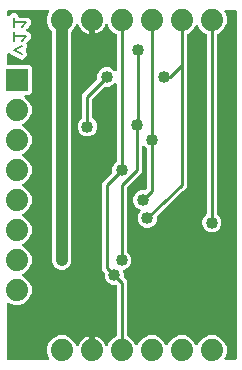
<source format=gbr>
G04 EAGLE Gerber RS-274X export*
G75*
%MOMM*%
%FSLAX34Y34*%
%LPD*%
%INBottom Copper*%
%IPPOS*%
%AMOC8*
5,1,8,0,0,1.08239X$1,22.5*%
G01*
%ADD10C,0.203200*%
%ADD11R,1.879600X1.879600*%
%ADD12C,1.879600*%
%ADD13C,1.016000*%
%ADD14C,1.016000*%
%ADD15C,0.254000*%

G36*
X38949Y4325D02*
X38949Y4325D01*
X38999Y4323D01*
X39106Y4345D01*
X39215Y4359D01*
X39261Y4377D01*
X39310Y4387D01*
X39409Y4435D01*
X39511Y4476D01*
X39551Y4505D01*
X39596Y4527D01*
X39680Y4598D01*
X39768Y4662D01*
X39800Y4701D01*
X39838Y4733D01*
X39901Y4823D01*
X39971Y4907D01*
X39992Y4952D01*
X40021Y4993D01*
X40060Y5096D01*
X40107Y5195D01*
X40116Y5244D01*
X40134Y5290D01*
X40146Y5400D01*
X40167Y5507D01*
X40163Y5557D01*
X40169Y5606D01*
X40154Y5715D01*
X40147Y5825D01*
X40131Y5872D01*
X40125Y5921D01*
X40072Y6074D01*
X38353Y10224D01*
X38353Y15176D01*
X40248Y19750D01*
X43750Y23252D01*
X48324Y25147D01*
X53276Y25147D01*
X57850Y23252D01*
X61352Y19750D01*
X62605Y16725D01*
X62620Y16699D01*
X62629Y16670D01*
X62698Y16561D01*
X62763Y16448D01*
X62784Y16427D01*
X62800Y16402D01*
X62894Y16313D01*
X62984Y16220D01*
X63010Y16204D01*
X63031Y16184D01*
X63145Y16121D01*
X63255Y16054D01*
X63284Y16045D01*
X63310Y16031D01*
X63436Y15998D01*
X63559Y15960D01*
X63589Y15959D01*
X63618Y15951D01*
X63748Y15951D01*
X63877Y15945D01*
X63906Y15951D01*
X63936Y15951D01*
X64062Y15983D01*
X64188Y16009D01*
X64215Y16022D01*
X64244Y16030D01*
X64358Y16092D01*
X64474Y16149D01*
X64497Y16168D01*
X64523Y16183D01*
X64618Y16271D01*
X64716Y16355D01*
X64733Y16380D01*
X64755Y16400D01*
X64824Y16509D01*
X64899Y16615D01*
X64910Y16643D01*
X64926Y16669D01*
X64985Y16818D01*
X65136Y17283D01*
X65989Y18957D01*
X67094Y20478D01*
X68422Y21806D01*
X69943Y22911D01*
X71617Y23764D01*
X73404Y24345D01*
X73661Y24385D01*
X73661Y13970D01*
X73676Y13852D01*
X73683Y13733D01*
X73696Y13695D01*
X73701Y13655D01*
X73744Y13544D01*
X73781Y13431D01*
X73803Y13397D01*
X73818Y13359D01*
X73888Y13263D01*
X73951Y13162D01*
X73981Y13134D01*
X74004Y13102D01*
X74096Y13026D01*
X74183Y12944D01*
X74218Y12925D01*
X74249Y12899D01*
X74357Y12848D01*
X74461Y12791D01*
X74501Y12780D01*
X74537Y12763D01*
X74654Y12741D01*
X74769Y12711D01*
X74830Y12707D01*
X74850Y12703D01*
X74870Y12705D01*
X74930Y12701D01*
X77470Y12701D01*
X77588Y12716D01*
X77707Y12723D01*
X77745Y12736D01*
X77785Y12741D01*
X77896Y12785D01*
X78009Y12821D01*
X78044Y12843D01*
X78081Y12858D01*
X78177Y12928D01*
X78278Y12991D01*
X78306Y13021D01*
X78339Y13045D01*
X78414Y13136D01*
X78496Y13223D01*
X78516Y13258D01*
X78541Y13290D01*
X78592Y13397D01*
X78650Y13502D01*
X78660Y13541D01*
X78677Y13577D01*
X78699Y13694D01*
X78729Y13809D01*
X78733Y13870D01*
X78737Y13890D01*
X78735Y13910D01*
X78739Y13970D01*
X78739Y24385D01*
X78996Y24345D01*
X80783Y23764D01*
X82457Y22911D01*
X83978Y21806D01*
X85306Y20478D01*
X86411Y18957D01*
X87264Y17283D01*
X87415Y16818D01*
X87428Y16791D01*
X87435Y16762D01*
X87495Y16647D01*
X87550Y16530D01*
X87569Y16507D01*
X87583Y16481D01*
X87671Y16385D01*
X87753Y16285D01*
X87777Y16268D01*
X87797Y16246D01*
X87906Y16174D01*
X88010Y16098D01*
X88038Y16087D01*
X88063Y16071D01*
X88186Y16029D01*
X88306Y15981D01*
X88336Y15977D01*
X88364Y15968D01*
X88493Y15957D01*
X88621Y15941D01*
X88651Y15945D01*
X88681Y15942D01*
X88809Y15965D01*
X88937Y15981D01*
X88965Y15992D01*
X88994Y15997D01*
X89112Y16050D01*
X89233Y16098D01*
X89257Y16115D01*
X89284Y16127D01*
X89385Y16208D01*
X89490Y16284D01*
X89509Y16307D01*
X89533Y16326D01*
X89610Y16429D01*
X89693Y16529D01*
X89706Y16556D01*
X89724Y16580D01*
X89795Y16725D01*
X91048Y19750D01*
X94550Y23252D01*
X96498Y24059D01*
X96523Y24073D01*
X96551Y24083D01*
X96661Y24152D01*
X96774Y24216D01*
X96795Y24237D01*
X96820Y24253D01*
X96909Y24347D01*
X97002Y24438D01*
X97018Y24463D01*
X97038Y24484D01*
X97101Y24598D01*
X97169Y24709D01*
X97177Y24737D01*
X97192Y24763D01*
X97224Y24889D01*
X97262Y25013D01*
X97264Y25042D01*
X97271Y25071D01*
X97281Y25231D01*
X97281Y66802D01*
X97266Y66920D01*
X97259Y67039D01*
X97246Y67077D01*
X97241Y67118D01*
X97198Y67228D01*
X97161Y67341D01*
X97139Y67376D01*
X97124Y67413D01*
X97055Y67509D01*
X96991Y67610D01*
X96961Y67638D01*
X96938Y67671D01*
X96846Y67747D01*
X96759Y67828D01*
X96724Y67848D01*
X96693Y67873D01*
X96585Y67924D01*
X96481Y67982D01*
X96441Y67992D01*
X96405Y68009D01*
X96288Y68031D01*
X96173Y68061D01*
X96113Y68065D01*
X96093Y68069D01*
X96072Y68067D01*
X96012Y68071D01*
X93633Y68071D01*
X90645Y69309D01*
X88359Y71595D01*
X87121Y74583D01*
X87121Y77695D01*
X87109Y77794D01*
X87106Y77893D01*
X87089Y77951D01*
X87081Y78011D01*
X87045Y78103D01*
X87017Y78198D01*
X86987Y78250D01*
X86964Y78307D01*
X86906Y78387D01*
X86856Y78472D01*
X86790Y78547D01*
X86778Y78564D01*
X86768Y78572D01*
X86750Y78593D01*
X84581Y80761D01*
X84581Y154189D01*
X93100Y162707D01*
X93160Y162785D01*
X93228Y162858D01*
X93257Y162911D01*
X93294Y162958D01*
X93334Y163049D01*
X93382Y163136D01*
X93397Y163195D01*
X93421Y163250D01*
X93436Y163348D01*
X93461Y163444D01*
X93467Y163544D01*
X93471Y163564D01*
X93469Y163577D01*
X93471Y163605D01*
X93471Y166717D01*
X94709Y169705D01*
X96910Y171905D01*
X96970Y171984D01*
X97038Y172056D01*
X97067Y172109D01*
X97104Y172157D01*
X97144Y172248D01*
X97192Y172334D01*
X97207Y172393D01*
X97231Y172448D01*
X97246Y172546D01*
X97271Y172642D01*
X97277Y172742D01*
X97281Y172763D01*
X97279Y172775D01*
X97281Y172803D01*
X97281Y237661D01*
X97264Y237799D01*
X97251Y237938D01*
X97244Y237957D01*
X97241Y237977D01*
X97190Y238106D01*
X97143Y238237D01*
X97132Y238254D01*
X97124Y238272D01*
X97043Y238385D01*
X96965Y238500D01*
X96949Y238513D01*
X96938Y238530D01*
X96830Y238619D01*
X96726Y238711D01*
X96708Y238720D01*
X96693Y238733D01*
X96567Y238792D01*
X96443Y238855D01*
X96423Y238860D01*
X96405Y238868D01*
X96268Y238894D01*
X96133Y238925D01*
X96112Y238924D01*
X96093Y238928D01*
X95954Y238919D01*
X95815Y238915D01*
X95795Y238909D01*
X95775Y238908D01*
X95643Y238865D01*
X95509Y238827D01*
X95492Y238816D01*
X95473Y238810D01*
X95355Y238736D01*
X95235Y238665D01*
X95214Y238647D01*
X95204Y238640D01*
X95190Y238625D01*
X95115Y238559D01*
X93505Y236949D01*
X90517Y235711D01*
X87405Y235711D01*
X87306Y235699D01*
X87207Y235696D01*
X87149Y235679D01*
X87089Y235671D01*
X86997Y235635D01*
X86902Y235607D01*
X86850Y235577D01*
X86793Y235554D01*
X86713Y235496D01*
X86628Y235446D01*
X86553Y235380D01*
X86536Y235368D01*
X86528Y235358D01*
X86507Y235340D01*
X77080Y225913D01*
X77020Y225835D01*
X76952Y225762D01*
X76923Y225709D01*
X76886Y225662D01*
X76846Y225571D01*
X76798Y225484D01*
X76783Y225425D01*
X76759Y225370D01*
X76744Y225272D01*
X76719Y225176D01*
X76713Y225076D01*
X76709Y225056D01*
X76711Y225043D01*
X76709Y225015D01*
X76709Y209633D01*
X76721Y209535D01*
X76724Y209436D01*
X76741Y209377D01*
X76749Y209317D01*
X76785Y209225D01*
X76813Y209130D01*
X76843Y209078D01*
X76866Y209022D01*
X76924Y208942D01*
X76974Y208856D01*
X77040Y208781D01*
X77052Y208764D01*
X77062Y208756D01*
X77080Y208735D01*
X79281Y206535D01*
X80519Y203547D01*
X80519Y200313D01*
X79281Y197325D01*
X76995Y195039D01*
X74007Y193801D01*
X70773Y193801D01*
X67785Y195039D01*
X65499Y197325D01*
X64261Y200313D01*
X64261Y203547D01*
X65499Y206535D01*
X67700Y208735D01*
X67760Y208814D01*
X67828Y208886D01*
X67857Y208939D01*
X67894Y208987D01*
X67934Y209078D01*
X67982Y209164D01*
X67997Y209223D01*
X68021Y209278D01*
X68036Y209376D01*
X68061Y209472D01*
X68067Y209572D01*
X68071Y209593D01*
X68069Y209605D01*
X68071Y209633D01*
X68071Y229119D01*
X80400Y241447D01*
X80460Y241525D01*
X80528Y241598D01*
X80557Y241651D01*
X80594Y241698D01*
X80634Y241789D01*
X80682Y241876D01*
X80697Y241935D01*
X80721Y241990D01*
X80736Y242088D01*
X80761Y242184D01*
X80767Y242284D01*
X80771Y242304D01*
X80769Y242317D01*
X80771Y242345D01*
X80771Y245457D01*
X82009Y248445D01*
X84295Y250731D01*
X87283Y251969D01*
X90517Y251969D01*
X93505Y250731D01*
X95115Y249121D01*
X95224Y249036D01*
X95331Y248947D01*
X95350Y248939D01*
X95366Y248926D01*
X95494Y248871D01*
X95619Y248812D01*
X95639Y248808D01*
X95658Y248800D01*
X95796Y248778D01*
X95932Y248752D01*
X95952Y248753D01*
X95972Y248750D01*
X96111Y248763D01*
X96249Y248772D01*
X96268Y248778D01*
X96288Y248780D01*
X96420Y248827D01*
X96551Y248870D01*
X96569Y248881D01*
X96588Y248888D01*
X96703Y248966D01*
X96820Y249040D01*
X96834Y249055D01*
X96851Y249066D01*
X96943Y249170D01*
X97038Y249272D01*
X97048Y249289D01*
X97061Y249305D01*
X97125Y249429D01*
X97192Y249550D01*
X97197Y249570D01*
X97206Y249588D01*
X97236Y249724D01*
X97271Y249858D01*
X97273Y249886D01*
X97276Y249898D01*
X97275Y249919D01*
X97281Y250019D01*
X97281Y279569D01*
X97278Y279598D01*
X97280Y279627D01*
X97258Y279755D01*
X97241Y279884D01*
X97231Y279911D01*
X97226Y279941D01*
X97172Y280059D01*
X97124Y280180D01*
X97107Y280204D01*
X97095Y280231D01*
X97014Y280332D01*
X96938Y280437D01*
X96915Y280456D01*
X96896Y280479D01*
X96793Y280557D01*
X96693Y280640D01*
X96666Y280653D01*
X96642Y280670D01*
X96498Y280741D01*
X94550Y281548D01*
X91048Y285050D01*
X89795Y288075D01*
X89780Y288101D01*
X89771Y288130D01*
X89701Y288239D01*
X89637Y288352D01*
X89616Y288373D01*
X89600Y288398D01*
X89506Y288487D01*
X89416Y288580D01*
X89390Y288596D01*
X89369Y288616D01*
X89255Y288679D01*
X89145Y288746D01*
X89116Y288755D01*
X89090Y288769D01*
X88965Y288802D01*
X88841Y288840D01*
X88811Y288841D01*
X88782Y288849D01*
X88652Y288849D01*
X88523Y288855D01*
X88494Y288849D01*
X88464Y288849D01*
X88339Y288817D01*
X88212Y288791D01*
X88185Y288778D01*
X88156Y288770D01*
X88043Y288708D01*
X87926Y288651D01*
X87903Y288632D01*
X87877Y288617D01*
X87783Y288529D01*
X87684Y288445D01*
X87667Y288420D01*
X87645Y288400D01*
X87576Y288291D01*
X87501Y288185D01*
X87490Y288157D01*
X87474Y288131D01*
X87415Y287982D01*
X87264Y287517D01*
X86411Y285843D01*
X85306Y284322D01*
X83978Y282994D01*
X82457Y281889D01*
X80783Y281036D01*
X78996Y280455D01*
X78739Y280415D01*
X78739Y290830D01*
X78724Y290948D01*
X78717Y291067D01*
X78704Y291105D01*
X78699Y291145D01*
X78656Y291256D01*
X78619Y291369D01*
X78597Y291403D01*
X78582Y291441D01*
X78512Y291537D01*
X78449Y291638D01*
X78419Y291666D01*
X78395Y291698D01*
X78304Y291774D01*
X78217Y291856D01*
X78182Y291875D01*
X78151Y291901D01*
X78043Y291952D01*
X77939Y292009D01*
X77899Y292020D01*
X77863Y292037D01*
X77746Y292059D01*
X77631Y292089D01*
X77570Y292093D01*
X77550Y292097D01*
X77530Y292095D01*
X77470Y292099D01*
X74930Y292099D01*
X74812Y292084D01*
X74693Y292077D01*
X74655Y292064D01*
X74614Y292059D01*
X74504Y292015D01*
X74391Y291979D01*
X74356Y291957D01*
X74319Y291942D01*
X74223Y291872D01*
X74122Y291809D01*
X74094Y291779D01*
X74061Y291755D01*
X73986Y291664D01*
X73904Y291577D01*
X73884Y291542D01*
X73859Y291510D01*
X73808Y291403D01*
X73750Y291298D01*
X73740Y291259D01*
X73723Y291223D01*
X73701Y291106D01*
X73671Y290991D01*
X73667Y290930D01*
X73663Y290910D01*
X73665Y290890D01*
X73661Y290830D01*
X73661Y280415D01*
X73404Y280455D01*
X71617Y281036D01*
X69943Y281889D01*
X68422Y282994D01*
X67094Y284322D01*
X65989Y285843D01*
X65136Y287517D01*
X64985Y287982D01*
X64972Y288009D01*
X64965Y288038D01*
X64905Y288152D01*
X64850Y288270D01*
X64831Y288293D01*
X64817Y288319D01*
X64730Y288415D01*
X64647Y288515D01*
X64623Y288532D01*
X64603Y288554D01*
X64494Y288626D01*
X64390Y288702D01*
X64362Y288713D01*
X64337Y288729D01*
X64214Y288771D01*
X64094Y288819D01*
X64064Y288823D01*
X64036Y288832D01*
X63907Y288843D01*
X63779Y288859D01*
X63749Y288855D01*
X63719Y288858D01*
X63591Y288835D01*
X63463Y288819D01*
X63435Y288808D01*
X63406Y288803D01*
X63288Y288750D01*
X63167Y288702D01*
X63143Y288685D01*
X63116Y288673D01*
X63015Y288592D01*
X62910Y288516D01*
X62891Y288493D01*
X62867Y288474D01*
X62789Y288370D01*
X62707Y288271D01*
X62694Y288244D01*
X62676Y288220D01*
X62605Y288075D01*
X61352Y285050D01*
X59300Y282998D01*
X59240Y282920D01*
X59172Y282848D01*
X59143Y282795D01*
X59106Y282747D01*
X59066Y282656D01*
X59018Y282569D01*
X59003Y282511D01*
X58979Y282455D01*
X58964Y282357D01*
X58939Y282261D01*
X58933Y282161D01*
X58929Y282141D01*
X58931Y282129D01*
X58929Y282101D01*
X58929Y87283D01*
X57691Y84295D01*
X55405Y82009D01*
X52417Y80771D01*
X49183Y80771D01*
X46195Y82009D01*
X43909Y84295D01*
X42671Y87283D01*
X42671Y282101D01*
X42659Y282199D01*
X42656Y282298D01*
X42639Y282356D01*
X42631Y282416D01*
X42595Y282508D01*
X42567Y282603D01*
X42537Y282656D01*
X42514Y282712D01*
X42456Y282792D01*
X42406Y282877D01*
X42340Y282953D01*
X42328Y282969D01*
X42318Y282977D01*
X42300Y282998D01*
X40248Y285050D01*
X38353Y289624D01*
X38353Y294576D01*
X40072Y298726D01*
X40086Y298774D01*
X40107Y298819D01*
X40127Y298927D01*
X40156Y299033D01*
X40157Y299083D01*
X40167Y299132D01*
X40160Y299241D01*
X40161Y299351D01*
X40150Y299399D01*
X40147Y299449D01*
X40113Y299553D01*
X40087Y299660D01*
X40064Y299704D01*
X40049Y299751D01*
X39990Y299844D01*
X39939Y299941D01*
X39905Y299978D01*
X39879Y300020D01*
X39798Y300095D01*
X39725Y300177D01*
X39683Y300204D01*
X39647Y300238D01*
X39551Y300291D01*
X39459Y300351D01*
X39412Y300368D01*
X39368Y300392D01*
X39262Y300419D01*
X39158Y300455D01*
X39109Y300459D01*
X39061Y300471D01*
X38900Y300481D01*
X5588Y300481D01*
X5470Y300466D01*
X5351Y300459D01*
X5313Y300446D01*
X5272Y300441D01*
X5162Y300398D01*
X5049Y300361D01*
X5014Y300339D01*
X4977Y300324D01*
X4881Y300255D01*
X4780Y300191D01*
X4752Y300161D01*
X4719Y300138D01*
X4643Y300046D01*
X4562Y299959D01*
X4542Y299924D01*
X4517Y299893D01*
X4466Y299785D01*
X4408Y299681D01*
X4398Y299641D01*
X4381Y299605D01*
X4359Y299488D01*
X4329Y299373D01*
X4325Y299313D01*
X4321Y299293D01*
X4323Y299272D01*
X4319Y299212D01*
X4319Y296845D01*
X4336Y296708D01*
X4349Y296569D01*
X4356Y296550D01*
X4359Y296530D01*
X4410Y296401D01*
X4457Y296270D01*
X4468Y296253D01*
X4476Y296234D01*
X4557Y296122D01*
X4635Y296007D01*
X4651Y295993D01*
X4662Y295977D01*
X4770Y295888D01*
X4874Y295796D01*
X4892Y295787D01*
X4907Y295774D01*
X5033Y295715D01*
X5157Y295652D01*
X5177Y295647D01*
X5195Y295638D01*
X5331Y295612D01*
X5467Y295582D01*
X5488Y295583D01*
X5507Y295579D01*
X5646Y295587D01*
X5785Y295592D01*
X5805Y295597D01*
X5825Y295598D01*
X5957Y295641D01*
X6091Y295680D01*
X6108Y295690D01*
X6127Y295696D01*
X6245Y295771D01*
X6365Y295842D01*
X6386Y295860D01*
X6396Y295867D01*
X6410Y295882D01*
X6485Y295948D01*
X8222Y297685D01*
X11590Y297685D01*
X13984Y295291D01*
X13986Y295277D01*
X13993Y295158D01*
X14006Y295120D01*
X14011Y295079D01*
X14054Y294969D01*
X14091Y294856D01*
X14113Y294821D01*
X14128Y294784D01*
X14197Y294688D01*
X14261Y294587D01*
X14291Y294559D01*
X14314Y294526D01*
X14406Y294450D01*
X14493Y294369D01*
X14528Y294349D01*
X14559Y294324D01*
X14667Y294273D01*
X14771Y294215D01*
X14811Y294205D01*
X14847Y294188D01*
X14964Y294166D01*
X15079Y294136D01*
X15139Y294132D01*
X15159Y294128D01*
X15180Y294130D01*
X15240Y294126D01*
X22267Y294126D01*
X23434Y292958D01*
X23435Y292958D01*
X24648Y291745D01*
X24648Y288377D01*
X22824Y286554D01*
X21895Y285625D01*
X20869Y284599D01*
X20784Y284489D01*
X20695Y284382D01*
X20686Y284363D01*
X20674Y284347D01*
X20619Y284220D01*
X20560Y284094D01*
X20556Y284074D01*
X20548Y284055D01*
X20526Y283917D01*
X20500Y283782D01*
X20501Y283761D01*
X20498Y283741D01*
X20511Y283602D01*
X20520Y283464D01*
X20526Y283445D01*
X20528Y283425D01*
X20575Y283293D01*
X20618Y283162D01*
X20628Y283144D01*
X20635Y283125D01*
X20713Y283010D01*
X20788Y282893D01*
X20803Y282879D01*
X20814Y282862D01*
X20918Y282770D01*
X21019Y282675D01*
X21037Y282665D01*
X21052Y282652D01*
X21176Y282589D01*
X21298Y282521D01*
X21317Y282516D01*
X21336Y282507D01*
X21471Y282477D01*
X21606Y282442D01*
X21634Y282440D01*
X21646Y282438D01*
X21666Y282438D01*
X21766Y282432D01*
X22267Y282432D01*
X23434Y281264D01*
X23435Y281264D01*
X24648Y280051D01*
X24648Y276683D01*
X22824Y274860D01*
X21895Y273931D01*
X21091Y273127D01*
X21046Y273068D01*
X20993Y273016D01*
X20949Y272943D01*
X20897Y272876D01*
X20867Y272807D01*
X20828Y272743D01*
X20804Y272662D01*
X20770Y272584D01*
X20758Y272510D01*
X20737Y272439D01*
X20734Y272354D01*
X20720Y272270D01*
X20727Y272196D01*
X20724Y272121D01*
X20742Y272038D01*
X20750Y271953D01*
X20775Y271883D01*
X20791Y271810D01*
X20854Y271662D01*
X21413Y270544D01*
X20256Y267074D01*
X20254Y267065D01*
X20251Y267057D01*
X20224Y266911D01*
X20194Y266762D01*
X20195Y266753D01*
X20193Y266745D01*
X20203Y266595D01*
X20212Y266445D01*
X20214Y266436D01*
X20215Y266427D01*
X20256Y266272D01*
X21413Y262802D01*
X19907Y259790D01*
X16712Y258725D01*
X8427Y262868D01*
X8418Y262871D01*
X8410Y262876D01*
X8261Y262937D01*
X7006Y263355D01*
X6973Y263404D01*
X6889Y263529D01*
X6882Y263535D01*
X6877Y263543D01*
X6764Y263641D01*
X6652Y263741D01*
X6644Y263746D01*
X6637Y263752D01*
X6498Y263833D01*
X6156Y264004D01*
X6066Y264035D01*
X5981Y264075D01*
X5917Y264088D01*
X5856Y264109D01*
X5761Y264117D01*
X5668Y264135D01*
X5604Y264131D01*
X5539Y264137D01*
X5445Y264121D01*
X5351Y264115D01*
X5289Y264095D01*
X5225Y264085D01*
X5138Y264047D01*
X5049Y264017D01*
X4994Y263983D01*
X4934Y263956D01*
X4860Y263898D01*
X4780Y263847D01*
X4735Y263800D01*
X4684Y263760D01*
X4627Y263685D01*
X4562Y263616D01*
X4531Y263559D01*
X4491Y263507D01*
X4454Y263420D01*
X4408Y263337D01*
X4392Y263274D01*
X4367Y263214D01*
X4353Y263121D01*
X4329Y263029D01*
X4322Y262918D01*
X4319Y262900D01*
X4320Y262890D01*
X4319Y262869D01*
X4319Y255016D01*
X4334Y254898D01*
X4341Y254779D01*
X4354Y254741D01*
X4359Y254700D01*
X4402Y254590D01*
X4439Y254477D01*
X4461Y254442D01*
X4476Y254405D01*
X4545Y254309D01*
X4609Y254208D01*
X4639Y254180D01*
X4662Y254147D01*
X4754Y254071D01*
X4841Y253990D01*
X4876Y253970D01*
X4907Y253945D01*
X5015Y253894D01*
X5119Y253836D01*
X5159Y253826D01*
X5195Y253809D01*
X5312Y253787D01*
X5427Y253757D01*
X5487Y253753D01*
X5507Y253749D01*
X5528Y253751D01*
X5588Y253747D01*
X23361Y253747D01*
X25147Y251961D01*
X25147Y230639D01*
X23361Y228853D01*
X20334Y228853D01*
X20264Y228845D01*
X20195Y228846D01*
X20107Y228825D01*
X20018Y228813D01*
X19953Y228788D01*
X19885Y228771D01*
X19806Y228729D01*
X19723Y228696D01*
X19666Y228655D01*
X19604Y228623D01*
X19538Y228562D01*
X19465Y228510D01*
X19421Y228456D01*
X19369Y228409D01*
X19320Y228334D01*
X19262Y228265D01*
X19233Y228201D01*
X19194Y228143D01*
X19165Y228058D01*
X19127Y227977D01*
X19114Y227908D01*
X19091Y227842D01*
X19084Y227753D01*
X19067Y227665D01*
X19071Y227595D01*
X19066Y227525D01*
X19081Y227437D01*
X19087Y227347D01*
X19108Y227281D01*
X19120Y227212D01*
X19157Y227130D01*
X19185Y227045D01*
X19222Y226986D01*
X19251Y226922D01*
X19307Y226852D01*
X19355Y226776D01*
X19406Y226728D01*
X19450Y226673D01*
X19521Y226619D01*
X19587Y226558D01*
X19648Y226524D01*
X19704Y226482D01*
X19736Y226466D01*
X23252Y222950D01*
X25147Y218376D01*
X25147Y213424D01*
X23252Y208850D01*
X19750Y205348D01*
X17395Y204373D01*
X17275Y204304D01*
X17152Y204239D01*
X17137Y204225D01*
X17119Y204215D01*
X17019Y204118D01*
X16916Y204025D01*
X16905Y204008D01*
X16891Y203994D01*
X16818Y203876D01*
X16742Y203759D01*
X16735Y203740D01*
X16724Y203723D01*
X16684Y203590D01*
X16638Y203458D01*
X16637Y203438D01*
X16631Y203419D01*
X16624Y203280D01*
X16613Y203141D01*
X16617Y203121D01*
X16616Y203101D01*
X16644Y202965D01*
X16668Y202828D01*
X16676Y202809D01*
X16680Y202790D01*
X16741Y202665D01*
X16798Y202538D01*
X16811Y202522D01*
X16820Y202504D01*
X16910Y202398D01*
X16997Y202290D01*
X17013Y202277D01*
X17026Y202262D01*
X17140Y202182D01*
X17251Y202098D01*
X17276Y202086D01*
X17286Y202079D01*
X17305Y202072D01*
X17395Y202027D01*
X19750Y201052D01*
X23252Y197550D01*
X25147Y192976D01*
X25147Y188024D01*
X23252Y183450D01*
X19750Y179948D01*
X17395Y178973D01*
X17275Y178904D01*
X17152Y178839D01*
X17137Y178825D01*
X17119Y178815D01*
X17019Y178718D01*
X16916Y178625D01*
X16905Y178608D01*
X16891Y178594D01*
X16818Y178476D01*
X16742Y178359D01*
X16735Y178340D01*
X16724Y178323D01*
X16684Y178190D01*
X16638Y178058D01*
X16637Y178038D01*
X16631Y178019D01*
X16624Y177880D01*
X16613Y177741D01*
X16617Y177721D01*
X16616Y177701D01*
X16644Y177565D01*
X16668Y177428D01*
X16676Y177409D01*
X16680Y177390D01*
X16741Y177265D01*
X16798Y177138D01*
X16811Y177122D01*
X16820Y177104D01*
X16910Y176998D01*
X16997Y176890D01*
X17013Y176877D01*
X17026Y176862D01*
X17140Y176782D01*
X17251Y176698D01*
X17276Y176686D01*
X17286Y176679D01*
X17305Y176672D01*
X17395Y176627D01*
X19750Y175652D01*
X23252Y172150D01*
X25147Y167576D01*
X25147Y162624D01*
X23252Y158050D01*
X19750Y154548D01*
X17395Y153573D01*
X17275Y153504D01*
X17152Y153439D01*
X17137Y153425D01*
X17119Y153415D01*
X17019Y153318D01*
X16916Y153225D01*
X16905Y153208D01*
X16891Y153194D01*
X16818Y153076D01*
X16742Y152959D01*
X16735Y152940D01*
X16724Y152923D01*
X16684Y152790D01*
X16638Y152658D01*
X16637Y152638D01*
X16631Y152619D01*
X16624Y152480D01*
X16613Y152341D01*
X16617Y152321D01*
X16616Y152301D01*
X16644Y152165D01*
X16668Y152028D01*
X16676Y152009D01*
X16680Y151990D01*
X16741Y151865D01*
X16798Y151738D01*
X16811Y151722D01*
X16820Y151704D01*
X16910Y151598D01*
X16997Y151490D01*
X17013Y151477D01*
X17026Y151462D01*
X17140Y151382D01*
X17251Y151298D01*
X17276Y151286D01*
X17286Y151279D01*
X17305Y151272D01*
X17395Y151227D01*
X19750Y150252D01*
X23252Y146750D01*
X25147Y142176D01*
X25147Y137224D01*
X23252Y132650D01*
X19750Y129148D01*
X17395Y128173D01*
X17275Y128104D01*
X17152Y128039D01*
X17137Y128025D01*
X17119Y128015D01*
X17019Y127918D01*
X16916Y127825D01*
X16905Y127808D01*
X16891Y127794D01*
X16818Y127676D01*
X16742Y127559D01*
X16735Y127540D01*
X16724Y127523D01*
X16684Y127390D01*
X16638Y127258D01*
X16637Y127238D01*
X16631Y127219D01*
X16624Y127080D01*
X16613Y126941D01*
X16617Y126921D01*
X16616Y126901D01*
X16644Y126765D01*
X16668Y126628D01*
X16676Y126609D01*
X16680Y126590D01*
X16741Y126465D01*
X16798Y126338D01*
X16811Y126322D01*
X16820Y126304D01*
X16910Y126198D01*
X16997Y126090D01*
X17013Y126077D01*
X17026Y126062D01*
X17140Y125982D01*
X17251Y125898D01*
X17276Y125886D01*
X17286Y125879D01*
X17305Y125872D01*
X17395Y125827D01*
X19750Y124852D01*
X23252Y121350D01*
X25147Y116776D01*
X25147Y111824D01*
X23252Y107250D01*
X19750Y103748D01*
X17395Y102773D01*
X17275Y102704D01*
X17152Y102639D01*
X17137Y102625D01*
X17119Y102615D01*
X17019Y102518D01*
X16916Y102425D01*
X16905Y102408D01*
X16891Y102394D01*
X16818Y102276D01*
X16742Y102159D01*
X16735Y102140D01*
X16724Y102123D01*
X16684Y101990D01*
X16638Y101858D01*
X16637Y101838D01*
X16631Y101819D01*
X16624Y101680D01*
X16613Y101541D01*
X16617Y101521D01*
X16616Y101501D01*
X16644Y101365D01*
X16668Y101228D01*
X16676Y101209D01*
X16680Y101190D01*
X16741Y101065D01*
X16798Y100938D01*
X16811Y100922D01*
X16820Y100904D01*
X16910Y100798D01*
X16997Y100690D01*
X17013Y100677D01*
X17026Y100662D01*
X17140Y100582D01*
X17251Y100498D01*
X17276Y100486D01*
X17286Y100479D01*
X17305Y100472D01*
X17395Y100427D01*
X19750Y99452D01*
X23252Y95950D01*
X25147Y91376D01*
X25147Y86424D01*
X23252Y81850D01*
X19750Y78348D01*
X17395Y77373D01*
X17275Y77304D01*
X17152Y77239D01*
X17137Y77225D01*
X17119Y77215D01*
X17019Y77118D01*
X16916Y77025D01*
X16905Y77008D01*
X16891Y76994D01*
X16818Y76876D01*
X16742Y76759D01*
X16735Y76740D01*
X16724Y76723D01*
X16684Y76590D01*
X16638Y76458D01*
X16637Y76438D01*
X16631Y76419D01*
X16624Y76280D01*
X16613Y76141D01*
X16617Y76121D01*
X16616Y76101D01*
X16644Y75965D01*
X16668Y75828D01*
X16676Y75809D01*
X16680Y75790D01*
X16741Y75665D01*
X16798Y75538D01*
X16811Y75522D01*
X16820Y75504D01*
X16910Y75398D01*
X16997Y75290D01*
X17013Y75277D01*
X17026Y75262D01*
X17140Y75182D01*
X17251Y75098D01*
X17276Y75086D01*
X17286Y75079D01*
X17305Y75072D01*
X17395Y75027D01*
X19750Y74052D01*
X23252Y70550D01*
X25147Y65976D01*
X25147Y61024D01*
X23252Y56450D01*
X19750Y52948D01*
X15176Y51053D01*
X10224Y51053D01*
X6074Y52772D01*
X6026Y52786D01*
X5981Y52807D01*
X5873Y52827D01*
X5767Y52856D01*
X5717Y52857D01*
X5668Y52867D01*
X5559Y52860D01*
X5449Y52861D01*
X5401Y52850D01*
X5351Y52847D01*
X5247Y52813D01*
X5140Y52787D01*
X5096Y52764D01*
X5049Y52749D01*
X4956Y52690D01*
X4859Y52639D01*
X4822Y52605D01*
X4780Y52579D01*
X4705Y52498D01*
X4623Y52425D01*
X4596Y52383D01*
X4562Y52347D01*
X4509Y52251D01*
X4449Y52159D01*
X4432Y52112D01*
X4408Y52068D01*
X4381Y51962D01*
X4345Y51858D01*
X4341Y51809D01*
X4329Y51761D01*
X4319Y51600D01*
X4319Y5588D01*
X4334Y5470D01*
X4341Y5351D01*
X4354Y5313D01*
X4359Y5272D01*
X4402Y5162D01*
X4439Y5049D01*
X4461Y5014D01*
X4476Y4977D01*
X4545Y4881D01*
X4609Y4780D01*
X4639Y4752D01*
X4662Y4719D01*
X4754Y4643D01*
X4841Y4562D01*
X4876Y4542D01*
X4907Y4517D01*
X5015Y4466D01*
X5119Y4408D01*
X5159Y4398D01*
X5195Y4381D01*
X5312Y4359D01*
X5427Y4329D01*
X5487Y4325D01*
X5507Y4321D01*
X5528Y4323D01*
X5588Y4319D01*
X38900Y4319D01*
X38949Y4325D01*
G37*
G36*
X197730Y4334D02*
X197730Y4334D01*
X197849Y4341D01*
X197887Y4354D01*
X197928Y4359D01*
X198038Y4402D01*
X198151Y4439D01*
X198186Y4461D01*
X198223Y4476D01*
X198319Y4545D01*
X198420Y4609D01*
X198448Y4639D01*
X198481Y4662D01*
X198557Y4754D01*
X198638Y4841D01*
X198658Y4876D01*
X198683Y4907D01*
X198734Y5015D01*
X198792Y5119D01*
X198802Y5159D01*
X198819Y5195D01*
X198841Y5312D01*
X198871Y5427D01*
X198875Y5487D01*
X198879Y5507D01*
X198877Y5528D01*
X198881Y5588D01*
X198881Y299212D01*
X198866Y299330D01*
X198859Y299449D01*
X198846Y299487D01*
X198841Y299528D01*
X198798Y299638D01*
X198761Y299751D01*
X198739Y299786D01*
X198724Y299823D01*
X198655Y299919D01*
X198591Y300020D01*
X198561Y300048D01*
X198538Y300081D01*
X198446Y300157D01*
X198359Y300238D01*
X198324Y300258D01*
X198293Y300283D01*
X198185Y300334D01*
X198081Y300392D01*
X198041Y300402D01*
X198005Y300419D01*
X197888Y300441D01*
X197773Y300471D01*
X197713Y300475D01*
X197693Y300479D01*
X197672Y300477D01*
X197612Y300481D01*
X189700Y300481D01*
X189651Y300475D01*
X189601Y300477D01*
X189494Y300455D01*
X189385Y300441D01*
X189339Y300423D01*
X189290Y300413D01*
X189191Y300365D01*
X189089Y300324D01*
X189049Y300295D01*
X189004Y300273D01*
X188920Y300202D01*
X188832Y300138D01*
X188800Y300099D01*
X188762Y300067D01*
X188699Y299977D01*
X188629Y299893D01*
X188608Y299848D01*
X188579Y299807D01*
X188540Y299704D01*
X188493Y299605D01*
X188484Y299556D01*
X188466Y299510D01*
X188454Y299400D01*
X188433Y299293D01*
X188437Y299243D01*
X188431Y299194D01*
X188446Y299085D01*
X188453Y298975D01*
X188469Y298928D01*
X188475Y298879D01*
X188528Y298726D01*
X190247Y294576D01*
X190247Y289624D01*
X188352Y285050D01*
X184850Y281548D01*
X182902Y280741D01*
X182877Y280727D01*
X182849Y280717D01*
X182739Y280648D01*
X182626Y280584D01*
X182605Y280563D01*
X182580Y280547D01*
X182491Y280453D01*
X182398Y280362D01*
X182382Y280337D01*
X182362Y280316D01*
X182299Y280202D01*
X182231Y280091D01*
X182223Y280063D01*
X182208Y280037D01*
X182176Y279911D01*
X182138Y279787D01*
X182136Y279758D01*
X182129Y279729D01*
X182119Y279569D01*
X182119Y128353D01*
X182131Y128255D01*
X182134Y128156D01*
X182151Y128097D01*
X182159Y128037D01*
X182195Y127945D01*
X182223Y127850D01*
X182253Y127798D01*
X182276Y127742D01*
X182334Y127661D01*
X182384Y127576D01*
X182450Y127501D01*
X182462Y127484D01*
X182472Y127476D01*
X182490Y127455D01*
X184691Y125255D01*
X185929Y122267D01*
X185929Y119033D01*
X184691Y116045D01*
X182405Y113759D01*
X179417Y112521D01*
X176183Y112521D01*
X173195Y113759D01*
X170909Y116045D01*
X169671Y119033D01*
X169671Y122267D01*
X170909Y125255D01*
X173110Y127455D01*
X173170Y127534D01*
X173238Y127606D01*
X173267Y127659D01*
X173304Y127707D01*
X173344Y127798D01*
X173392Y127884D01*
X173407Y127943D01*
X173431Y127998D01*
X173446Y128096D01*
X173471Y128192D01*
X173477Y128292D01*
X173481Y128312D01*
X173479Y128325D01*
X173481Y128353D01*
X173481Y279569D01*
X173478Y279598D01*
X173480Y279627D01*
X173458Y279755D01*
X173441Y279884D01*
X173431Y279911D01*
X173426Y279941D01*
X173372Y280059D01*
X173324Y280180D01*
X173307Y280204D01*
X173295Y280231D01*
X173214Y280332D01*
X173138Y280437D01*
X173115Y280456D01*
X173096Y280479D01*
X172993Y280557D01*
X172893Y280640D01*
X172866Y280653D01*
X172842Y280670D01*
X172698Y280741D01*
X170750Y281548D01*
X167248Y285050D01*
X166273Y287405D01*
X166204Y287525D01*
X166139Y287648D01*
X166125Y287663D01*
X166115Y287681D01*
X166018Y287781D01*
X165925Y287884D01*
X165908Y287895D01*
X165894Y287909D01*
X165775Y287982D01*
X165659Y288058D01*
X165640Y288065D01*
X165623Y288076D01*
X165490Y288116D01*
X165358Y288162D01*
X165338Y288163D01*
X165319Y288169D01*
X165180Y288176D01*
X165041Y288187D01*
X165021Y288183D01*
X165001Y288184D01*
X164865Y288156D01*
X164728Y288132D01*
X164709Y288124D01*
X164690Y288120D01*
X164564Y288059D01*
X164438Y288002D01*
X164422Y287989D01*
X164404Y287980D01*
X164298Y287890D01*
X164190Y287803D01*
X164177Y287787D01*
X164162Y287774D01*
X164082Y287660D01*
X163998Y287549D01*
X163986Y287524D01*
X163979Y287514D01*
X163972Y287495D01*
X163927Y287405D01*
X162952Y285050D01*
X159450Y281548D01*
X157502Y280741D01*
X157477Y280727D01*
X157449Y280717D01*
X157339Y280648D01*
X157226Y280584D01*
X157205Y280563D01*
X157180Y280547D01*
X157091Y280453D01*
X156998Y280362D01*
X156982Y280337D01*
X156962Y280316D01*
X156899Y280202D01*
X156831Y280091D01*
X156823Y280063D01*
X156808Y280037D01*
X156776Y279911D01*
X156738Y279787D01*
X156736Y279758D01*
X156729Y279729D01*
X156719Y279569D01*
X156719Y154642D01*
X156729Y154558D01*
X156730Y154473D01*
X156749Y154401D01*
X156759Y154327D01*
X156762Y154317D01*
X156719Y152367D01*
X156720Y152358D01*
X156719Y152338D01*
X156719Y150555D01*
X155431Y149323D01*
X155425Y149316D01*
X155410Y149303D01*
X154033Y147925D01*
X154031Y147924D01*
X153962Y147874D01*
X153888Y147833D01*
X153782Y147743D01*
X153774Y147738D01*
X153771Y147735D01*
X153765Y147729D01*
X131711Y126634D01*
X131639Y126546D01*
X131562Y126464D01*
X131539Y126423D01*
X131510Y126387D01*
X131463Y126284D01*
X131408Y126185D01*
X131397Y126140D01*
X131377Y126098D01*
X131357Y125987D01*
X131329Y125877D01*
X131324Y125806D01*
X131321Y125785D01*
X131322Y125767D01*
X131319Y125717D01*
X131319Y122843D01*
X130081Y119855D01*
X127795Y117569D01*
X124807Y116331D01*
X121573Y116331D01*
X118585Y117569D01*
X116299Y119855D01*
X115061Y122843D01*
X115061Y126077D01*
X116299Y129065D01*
X117157Y129923D01*
X117187Y129962D01*
X117224Y129995D01*
X117284Y130087D01*
X117352Y130174D01*
X117372Y130220D01*
X117399Y130261D01*
X117435Y130365D01*
X117478Y130466D01*
X117486Y130515D01*
X117502Y130562D01*
X117511Y130671D01*
X117528Y130780D01*
X117523Y130830D01*
X117527Y130879D01*
X117509Y130987D01*
X117498Y131097D01*
X117481Y131143D01*
X117473Y131192D01*
X117428Y131292D01*
X117391Y131396D01*
X117363Y131437D01*
X117342Y131482D01*
X117274Y131568D01*
X117212Y131659D01*
X117175Y131692D01*
X117144Y131731D01*
X117056Y131797D01*
X116974Y131870D01*
X116929Y131892D01*
X116890Y131922D01*
X116745Y131993D01*
X114775Y132809D01*
X112489Y135095D01*
X111251Y138083D01*
X111251Y141317D01*
X112489Y144305D01*
X114775Y146591D01*
X117763Y147829D01*
X120875Y147829D01*
X120974Y147841D01*
X121073Y147844D01*
X121131Y147861D01*
X121191Y147869D01*
X121283Y147905D01*
X121378Y147933D01*
X121430Y147963D01*
X121487Y147986D01*
X121567Y148044D01*
X121652Y148094D01*
X121727Y148160D01*
X121744Y148172D01*
X121752Y148182D01*
X121773Y148200D01*
X122310Y148737D01*
X122370Y148815D01*
X122438Y148888D01*
X122467Y148941D01*
X122504Y148988D01*
X122544Y149079D01*
X122592Y149166D01*
X122607Y149225D01*
X122631Y149280D01*
X122646Y149378D01*
X122671Y149474D01*
X122677Y149574D01*
X122681Y149594D01*
X122679Y149607D01*
X122681Y149635D01*
X122681Y182797D01*
X122669Y182895D01*
X122666Y182994D01*
X122649Y183053D01*
X122641Y183113D01*
X122605Y183205D01*
X122577Y183300D01*
X122547Y183352D01*
X122524Y183408D01*
X122466Y183488D01*
X122416Y183574D01*
X122350Y183649D01*
X122338Y183666D01*
X122328Y183674D01*
X122310Y183695D01*
X120785Y185219D01*
X120676Y185304D01*
X120569Y185393D01*
X120550Y185401D01*
X120534Y185414D01*
X120407Y185469D01*
X120281Y185528D01*
X120261Y185532D01*
X120242Y185540D01*
X120104Y185562D01*
X119968Y185588D01*
X119948Y185587D01*
X119928Y185590D01*
X119789Y185577D01*
X119651Y185568D01*
X119632Y185562D01*
X119612Y185560D01*
X119480Y185513D01*
X119349Y185470D01*
X119331Y185459D01*
X119312Y185452D01*
X119197Y185374D01*
X119080Y185300D01*
X119066Y185285D01*
X119049Y185274D01*
X118957Y185170D01*
X118862Y185068D01*
X118852Y185051D01*
X118839Y185035D01*
X118775Y184911D01*
X118708Y184790D01*
X118703Y184770D01*
X118694Y184752D01*
X118664Y184616D01*
X118629Y184482D01*
X118627Y184454D01*
X118624Y184442D01*
X118625Y184421D01*
X118619Y184321D01*
X118619Y163311D01*
X106290Y150983D01*
X106230Y150905D01*
X106162Y150832D01*
X106133Y150779D01*
X106096Y150732D01*
X106056Y150641D01*
X106008Y150554D01*
X105993Y150495D01*
X105969Y150440D01*
X105954Y150342D01*
X105929Y150246D01*
X105923Y150146D01*
X105919Y150126D01*
X105921Y150113D01*
X105919Y150085D01*
X105919Y96603D01*
X105931Y96505D01*
X105934Y96406D01*
X105951Y96347D01*
X105959Y96287D01*
X105995Y96195D01*
X106023Y96100D01*
X106053Y96048D01*
X106076Y95992D01*
X106134Y95912D01*
X106184Y95826D01*
X106250Y95751D01*
X106262Y95734D01*
X106272Y95726D01*
X106290Y95705D01*
X108491Y93505D01*
X109729Y90517D01*
X109729Y87283D01*
X108491Y84295D01*
X106205Y82009D01*
X103483Y80882D01*
X103380Y80823D01*
X103273Y80770D01*
X103242Y80744D01*
X103207Y80724D01*
X103121Y80641D01*
X103031Y80564D01*
X103008Y80531D01*
X102978Y80503D01*
X102916Y80401D01*
X102848Y80304D01*
X102833Y80266D01*
X102812Y80232D01*
X102777Y80118D01*
X102735Y80007D01*
X102730Y79966D01*
X102719Y79928D01*
X102713Y79809D01*
X102700Y79690D01*
X102705Y79650D01*
X102703Y79610D01*
X102728Y79493D01*
X102744Y79376D01*
X102764Y79319D01*
X102768Y79299D01*
X102777Y79280D01*
X102796Y79223D01*
X103379Y77817D01*
X103379Y74705D01*
X103391Y74606D01*
X103394Y74507D01*
X103411Y74449D01*
X103419Y74389D01*
X103455Y74297D01*
X103483Y74202D01*
X103513Y74150D01*
X103536Y74093D01*
X103594Y74013D01*
X103644Y73928D01*
X103710Y73853D01*
X103722Y73836D01*
X103732Y73828D01*
X103750Y73807D01*
X105919Y71639D01*
X105919Y25231D01*
X105922Y25202D01*
X105920Y25173D01*
X105942Y25045D01*
X105959Y24916D01*
X105969Y24889D01*
X105974Y24859D01*
X106028Y24741D01*
X106076Y24620D01*
X106093Y24596D01*
X106105Y24569D01*
X106186Y24468D01*
X106262Y24363D01*
X106285Y24344D01*
X106304Y24321D01*
X106407Y24243D01*
X106507Y24160D01*
X106534Y24147D01*
X106558Y24130D01*
X106702Y24059D01*
X108650Y23252D01*
X112152Y19750D01*
X113127Y17395D01*
X113196Y17275D01*
X113261Y17152D01*
X113275Y17137D01*
X113285Y17119D01*
X113382Y17019D01*
X113475Y16916D01*
X113492Y16905D01*
X113506Y16891D01*
X113625Y16818D01*
X113741Y16742D01*
X113760Y16735D01*
X113777Y16724D01*
X113910Y16684D01*
X114042Y16638D01*
X114062Y16637D01*
X114081Y16631D01*
X114220Y16624D01*
X114359Y16613D01*
X114379Y16617D01*
X114399Y16616D01*
X114535Y16644D01*
X114672Y16668D01*
X114691Y16676D01*
X114710Y16680D01*
X114836Y16741D01*
X114962Y16798D01*
X114978Y16811D01*
X114996Y16820D01*
X115102Y16910D01*
X115210Y16997D01*
X115223Y17013D01*
X115238Y17026D01*
X115318Y17140D01*
X115402Y17251D01*
X115414Y17276D01*
X115421Y17286D01*
X115428Y17305D01*
X115473Y17395D01*
X116448Y19750D01*
X119950Y23252D01*
X124524Y25147D01*
X129476Y25147D01*
X134050Y23252D01*
X137552Y19751D01*
X138527Y17395D01*
X138596Y17274D01*
X138661Y17152D01*
X138675Y17137D01*
X138685Y17119D01*
X138782Y17019D01*
X138875Y16916D01*
X138892Y16905D01*
X138906Y16891D01*
X139024Y16818D01*
X139141Y16742D01*
X139160Y16735D01*
X139177Y16724D01*
X139310Y16684D01*
X139442Y16638D01*
X139462Y16637D01*
X139481Y16631D01*
X139620Y16624D01*
X139759Y16613D01*
X139779Y16617D01*
X139799Y16616D01*
X139935Y16644D01*
X140072Y16668D01*
X140091Y16676D01*
X140110Y16680D01*
X140235Y16741D01*
X140362Y16798D01*
X140378Y16811D01*
X140396Y16820D01*
X140502Y16910D01*
X140610Y16997D01*
X140623Y17013D01*
X140638Y17026D01*
X140718Y17140D01*
X140802Y17251D01*
X140814Y17276D01*
X140821Y17286D01*
X140828Y17305D01*
X140873Y17395D01*
X141848Y19750D01*
X145350Y23252D01*
X149924Y25147D01*
X154876Y25147D01*
X159450Y23252D01*
X162952Y19751D01*
X163927Y17395D01*
X163996Y17274D01*
X164061Y17152D01*
X164075Y17137D01*
X164085Y17119D01*
X164182Y17019D01*
X164275Y16916D01*
X164292Y16905D01*
X164306Y16891D01*
X164424Y16818D01*
X164541Y16742D01*
X164560Y16735D01*
X164577Y16724D01*
X164710Y16684D01*
X164842Y16638D01*
X164862Y16637D01*
X164881Y16631D01*
X165020Y16624D01*
X165159Y16613D01*
X165179Y16617D01*
X165199Y16616D01*
X165335Y16644D01*
X165472Y16668D01*
X165491Y16676D01*
X165510Y16680D01*
X165635Y16741D01*
X165762Y16798D01*
X165778Y16811D01*
X165796Y16820D01*
X165902Y16910D01*
X166010Y16997D01*
X166023Y17013D01*
X166038Y17026D01*
X166118Y17140D01*
X166202Y17251D01*
X166214Y17276D01*
X166221Y17286D01*
X166228Y17305D01*
X166273Y17395D01*
X167248Y19750D01*
X170750Y23252D01*
X175324Y25147D01*
X180276Y25147D01*
X184850Y23252D01*
X188352Y19750D01*
X190247Y15176D01*
X190247Y10224D01*
X188528Y6074D01*
X188514Y6026D01*
X188493Y5981D01*
X188473Y5873D01*
X188444Y5767D01*
X188443Y5717D01*
X188433Y5668D01*
X188440Y5559D01*
X188439Y5449D01*
X188450Y5401D01*
X188453Y5351D01*
X188487Y5247D01*
X188513Y5140D01*
X188536Y5096D01*
X188551Y5049D01*
X188610Y4956D01*
X188661Y4859D01*
X188695Y4822D01*
X188721Y4780D01*
X188802Y4705D01*
X188875Y4623D01*
X188917Y4596D01*
X188953Y4562D01*
X189049Y4509D01*
X189141Y4449D01*
X189188Y4432D01*
X189232Y4408D01*
X189338Y4381D01*
X189442Y4345D01*
X189491Y4341D01*
X189539Y4329D01*
X189700Y4319D01*
X197612Y4319D01*
X197730Y4334D01*
G37*
D10*
X17024Y263114D02*
X9906Y266673D01*
X17024Y270232D01*
X17024Y274808D02*
X20583Y278367D01*
X9906Y278367D01*
X9906Y274808D02*
X9906Y281926D01*
X17024Y286502D02*
X20583Y290061D01*
X9906Y290061D01*
X9906Y286502D02*
X9906Y293620D01*
D11*
X12700Y241300D03*
D12*
X12700Y215900D03*
X12700Y190500D03*
X12700Y165100D03*
X12700Y139700D03*
X12700Y114300D03*
X12700Y88900D03*
X12700Y63500D03*
X50800Y292100D03*
X76200Y292100D03*
X101600Y292100D03*
X127000Y292100D03*
X152400Y292100D03*
X177800Y292100D03*
X50800Y12700D03*
X76200Y12700D03*
X101600Y12700D03*
X127000Y12700D03*
X152400Y12700D03*
X177800Y12700D03*
D13*
X50800Y88900D02*
X50800Y292100D01*
D14*
X115570Y266700D03*
X50800Y88900D03*
X114300Y203200D03*
D15*
X114300Y165100D01*
D14*
X101600Y88900D03*
D15*
X115570Y204470D02*
X115570Y266700D01*
X115570Y204470D02*
X114300Y203200D01*
X101600Y152400D02*
X101600Y88900D01*
X101600Y152400D02*
X114300Y165100D01*
D14*
X116840Y153670D03*
X72390Y201930D03*
X88900Y243840D03*
D15*
X152400Y254000D02*
X152400Y292100D01*
X152400Y254000D02*
X152400Y152400D01*
X123190Y124460D01*
D14*
X123190Y124460D03*
D15*
X72390Y227330D02*
X88900Y243840D01*
X72390Y227330D02*
X72390Y201930D01*
X142240Y243840D02*
X152400Y254000D01*
D14*
X137160Y243840D03*
D15*
X142240Y243840D01*
X127000Y292100D02*
X127000Y190500D01*
D14*
X127000Y190500D03*
D15*
X127000Y147320D01*
D14*
X119380Y139700D03*
D15*
X127000Y147320D01*
X101600Y165100D02*
X101600Y292100D01*
D14*
X101600Y165100D03*
D15*
X88900Y152400D01*
X88900Y82550D01*
X95250Y76200D01*
D14*
X95250Y76200D03*
D15*
X101600Y69850D02*
X101600Y12700D01*
X101600Y69850D02*
X95250Y76200D01*
D14*
X177800Y120650D03*
D15*
X177800Y292100D01*
M02*

</source>
